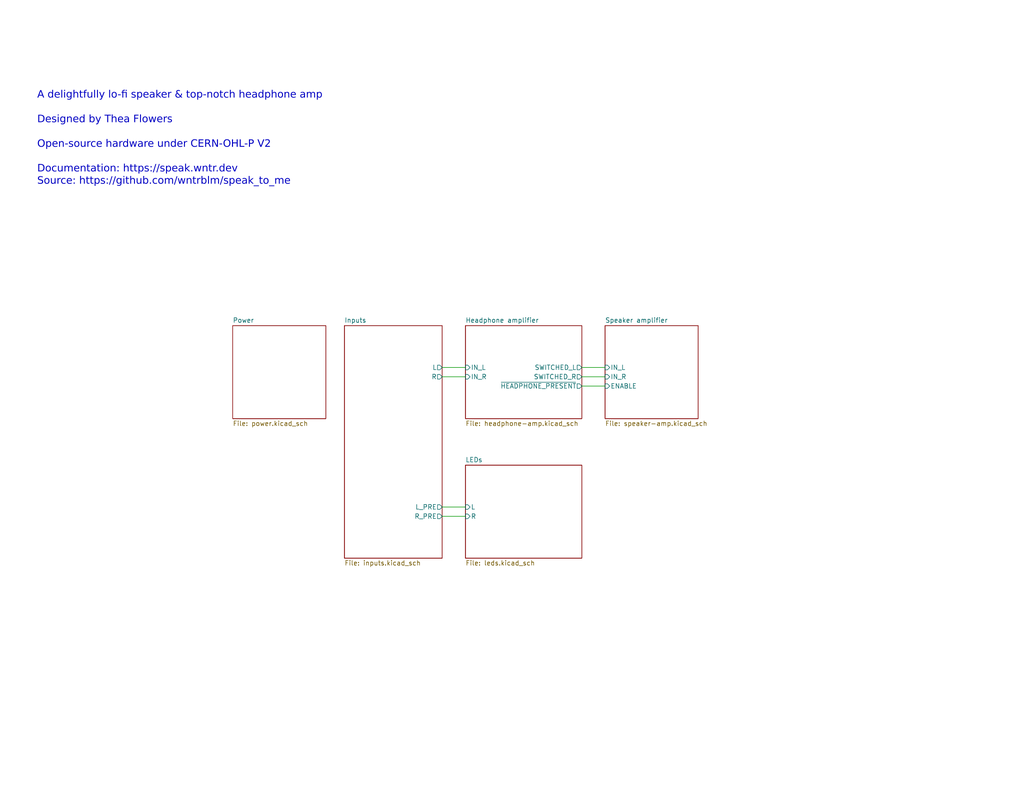
<source format=kicad_sch>
(kicad_sch
	(version 20231120)
	(generator "eeschema")
	(generator_version "8.0")
	(uuid "dbb70c13-fae6-4386-8779-fd5cc00e7955")
	(paper "USLetter")
	(title_block
		(title "Speak to Me")
		(date "2024-07-21")
		(rev "v9")
		(company "Winterbloom")
		(comment 1 "Alethea Flowers")
		(comment 2 "CERN-OHL-P v2")
		(comment 3 "speak.wntr.dev")
	)
	(lib_symbols)
	(wire
		(pts
			(xy 158.75 105.41) (xy 165.1 105.41)
		)
		(stroke
			(width 0)
			(type default)
		)
		(uuid "295cc544-6a00-4084-9798-77486bae0a21")
	)
	(wire
		(pts
			(xy 158.75 102.87) (xy 165.1 102.87)
		)
		(stroke
			(width 0)
			(type default)
		)
		(uuid "39822226-bcf4-46af-9167-52ce80d2f9b4")
	)
	(wire
		(pts
			(xy 120.65 102.87) (xy 127 102.87)
		)
		(stroke
			(width 0)
			(type default)
		)
		(uuid "4cfe17fd-6606-42a2-92d3-4824a3605ddb")
	)
	(wire
		(pts
			(xy 120.65 140.97) (xy 127 140.97)
		)
		(stroke
			(width 0)
			(type default)
		)
		(uuid "75a0c530-6558-490e-850c-f20e17200239")
	)
	(wire
		(pts
			(xy 158.75 100.33) (xy 165.1 100.33)
		)
		(stroke
			(width 0)
			(type default)
		)
		(uuid "8ef728fb-dd80-4ad7-a24c-e3ec69a78e09")
	)
	(wire
		(pts
			(xy 120.65 138.43) (xy 127 138.43)
		)
		(stroke
			(width 0)
			(type default)
		)
		(uuid "f4ad328b-458b-4ea1-a355-f5579f1ffe94")
	)
	(wire
		(pts
			(xy 120.65 100.33) (xy 127 100.33)
		)
		(stroke
			(width 0)
			(type default)
		)
		(uuid "f96d9d37-c661-48d5-9db5-6d7d52d85f61")
	)
	(text "A delightfully lo-fi speaker & top-notch headphone amp\n\nDesigned by Thea Flowers\n\nOpen-source hardware under CERN-OHL-P V2\n\nDocumentation: https://speak.wntr.dev\nSource: https://github.com/wntrblm/speak_to_me"
		(exclude_from_sim no)
		(at 10.16 25.4 0)
		(effects
			(font
				(face "Nunito")
				(size 2 2)
			)
			(justify left top)
		)
		(uuid "6ba3a2f1-4ae6-4266-8ae3-faa52136d3cd")
	)
	(sheet
		(at 127 127)
		(size 31.75 25.4)
		(fields_autoplaced yes)
		(stroke
			(width 0.1524)
			(type solid)
		)
		(fill
			(color 0 0 0 0.0000)
		)
		(uuid "3f6cd97a-70d6-4f7b-812c-79a180dec28f")
		(property "Sheetname" "LEDs"
			(at 127 126.2884 0)
			(effects
				(font
					(size 1.27 1.27)
				)
				(justify left bottom)
			)
		)
		(property "Sheetfile" "leds.kicad_sch"
			(at 127 152.9846 0)
			(effects
				(font
					(size 1.27 1.27)
				)
				(justify left top)
			)
		)
		(pin "L" input
			(at 127 138.43 180)
			(effects
				(font
					(size 1.27 1.27)
				)
				(justify left)
			)
			(uuid "11d5577e-f1f5-4956-ae97-d5250ff8d07a")
		)
		(pin "R" input
			(at 127 140.97 180)
			(effects
				(font
					(size 1.27 1.27)
				)
				(justify left)
			)
			(uuid "1755aae9-35b5-4aa5-b0fb-3fb5576beea0")
		)
		(instances
			(project "board"
				(path "/dbb70c13-fae6-4386-8779-fd5cc00e7955"
					(page "6")
				)
			)
		)
	)
	(sheet
		(at 93.98 88.9)
		(size 26.67 63.5)
		(fields_autoplaced yes)
		(stroke
			(width 0.1524)
			(type solid)
		)
		(fill
			(color 0 0 0 0.0000)
		)
		(uuid "6b68eb0b-6513-4626-8fb4-8240c6139a17")
		(property "Sheetname" "Inputs"
			(at 93.98 88.1884 0)
			(effects
				(font
					(size 1.27 1.27)
				)
				(justify left bottom)
			)
		)
		(property "Sheetfile" "inputs.kicad_sch"
			(at 93.98 152.9846 0)
			(effects
				(font
					(size 1.27 1.27)
				)
				(justify left top)
			)
		)
		(pin "R_PRE" output
			(at 120.65 140.97 0)
			(effects
				(font
					(size 1.27 1.27)
				)
				(justify right)
			)
			(uuid "fbbab30a-6d88-4d7f-818b-434a06496f5f")
		)
		(pin "L" output
			(at 120.65 100.33 0)
			(effects
				(font
					(size 1.27 1.27)
				)
				(justify right)
			)
			(uuid "692cea25-5e8a-4589-a795-c8eb075873b2")
		)
		(pin "L_PRE" output
			(at 120.65 138.43 0)
			(effects
				(font
					(size 1.27 1.27)
				)
				(justify right)
			)
			(uuid "5a8a95fd-b23f-4fc6-9265-6f51013b6f9b")
		)
		(pin "R" output
			(at 120.65 102.87 0)
			(effects
				(font
					(size 1.27 1.27)
				)
				(justify right)
			)
			(uuid "0faaeb27-2b24-4728-b741-294a5517b288")
		)
		(instances
			(project "board"
				(path "/dbb70c13-fae6-4386-8779-fd5cc00e7955"
					(page "3")
				)
			)
		)
	)
	(sheet
		(at 127 88.9)
		(size 31.75 25.4)
		(fields_autoplaced yes)
		(stroke
			(width 0.1524)
			(type solid)
		)
		(fill
			(color 0 0 0 0.0000)
		)
		(uuid "7ded3b2a-453a-4184-a855-76825e68a9ad")
		(property "Sheetname" "Headphone amplifier"
			(at 127 88.1884 0)
			(effects
				(font
					(size 1.27 1.27)
				)
				(justify left bottom)
			)
		)
		(property "Sheetfile" "headphone-amp.kicad_sch"
			(at 127 114.8846 0)
			(effects
				(font
					(size 1.27 1.27)
				)
				(justify left top)
			)
		)
		(property "Field2" ""
			(at 127 88.9 0)
			(effects
				(font
					(size 1.27 1.27)
				)
				(hide yes)
			)
		)
		(pin "~{HEADPHONE_PRESENT}" output
			(at 158.75 105.41 0)
			(effects
				(font
					(size 1.27 1.27)
				)
				(justify right)
			)
			(uuid "c1a69956-28d9-4981-9318-e5726176dd51")
		)
		(pin "SWITCHED_R" output
			(at 158.75 102.87 0)
			(effects
				(font
					(size 1.27 1.27)
				)
				(justify right)
			)
			(uuid "867e9992-8707-40cf-b3da-48e582feff60")
		)
		(pin "SWITCHED_L" output
			(at 158.75 100.33 0)
			(effects
				(font
					(size 1.27 1.27)
				)
				(justify right)
			)
			(uuid "eecae80a-ff95-4b83-bd45-147f7c838c12")
		)
		(pin "IN_R" input
			(at 127 102.87 180)
			(effects
				(font
					(size 1.27 1.27)
				)
				(justify left)
			)
			(uuid "99de1823-e23d-4066-8cfd-63f3f005772b")
		)
		(pin "IN_L" input
			(at 127 100.33 180)
			(effects
				(font
					(size 1.27 1.27)
				)
				(justify left)
			)
			(uuid "40a5da92-0115-48d6-b725-d5ca1dc79cfa")
		)
		(instances
			(project "board"
				(path "/dbb70c13-fae6-4386-8779-fd5cc00e7955"
					(page "4")
				)
			)
		)
	)
	(sheet
		(at 63.5 88.9)
		(size 25.4 25.4)
		(fields_autoplaced yes)
		(stroke
			(width 0.1524)
			(type solid)
		)
		(fill
			(color 0 0 0 0.0000)
		)
		(uuid "9a2c8646-4942-4dad-8c86-996b634622ad")
		(property "Sheetname" "Power"
			(at 63.5 88.1884 0)
			(effects
				(font
					(size 1.27 1.27)
				)
				(justify left bottom)
			)
		)
		(property "Sheetfile" "power.kicad_sch"
			(at 63.5 114.8846 0)
			(effects
				(font
					(size 1.27 1.27)
				)
				(justify left top)
			)
		)
		(instances
			(project "board"
				(path "/dbb70c13-fae6-4386-8779-fd5cc00e7955"
					(page "2")
				)
			)
		)
	)
	(sheet
		(at 165.1 88.9)
		(size 25.4 25.4)
		(fields_autoplaced yes)
		(stroke
			(width 0.1524)
			(type solid)
		)
		(fill
			(color 0 0 0 0.0000)
		)
		(uuid "a1f9b141-6522-4942-804a-0767dd0d2e3a")
		(property "Sheetname" "Speaker amplifier"
			(at 165.1 88.1884 0)
			(effects
				(font
					(size 1.27 1.27)
				)
				(justify left bottom)
			)
		)
		(property "Sheetfile" "speaker-amp.kicad_sch"
			(at 165.1 114.8846 0)
			(effects
				(font
					(size 1.27 1.27)
				)
				(justify left top)
			)
		)
		(pin "ENABLE" input
			(at 165.1 105.41 180)
			(effects
				(font
					(size 1.27 1.27)
				)
				(justify left)
			)
			(uuid "0b7ff15a-e67c-4fed-895e-a650e7ab9b3c")
		)
		(pin "IN_L" input
			(at 165.1 100.33 180)
			(effects
				(font
					(size 1.27 1.27)
				)
				(justify left)
			)
			(uuid "08e66781-abe1-40b7-95d0-8e0bd7c8e975")
		)
		(pin "IN_R" input
			(at 165.1 102.87 180)
			(effects
				(font
					(size 1.27 1.27)
				)
				(justify left)
			)
			(uuid "d59f4a1b-b3b3-4910-aa70-c535de054a6b")
		)
		(instances
			(project "board"
				(path "/dbb70c13-fae6-4386-8779-fd5cc00e7955"
					(page "5")
				)
			)
		)
	)
	(sheet_instances
		(path "/"
			(page "1")
		)
	)
)

</source>
